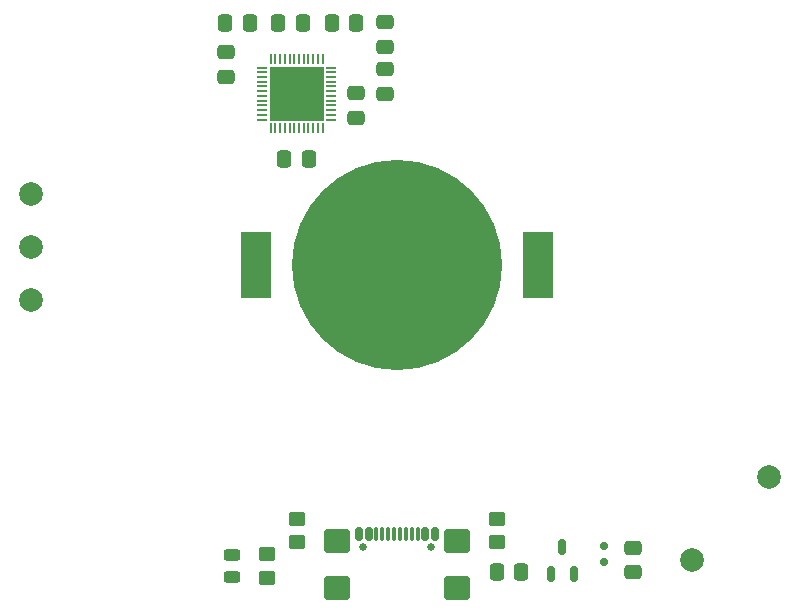
<source format=gbr>
%TF.GenerationSoftware,KiCad,Pcbnew,8.0.3-8.0.3-0~ubuntu24.04.1*%
%TF.CreationDate,2024-06-13T22:02:12+05:00*%
%TF.ProjectId,solartap_mcu_clear,736f6c61-7274-4617-905f-6d63755f636c,rev?*%
%TF.SameCoordinates,Original*%
%TF.FileFunction,Soldermask,Top*%
%TF.FilePolarity,Negative*%
%FSLAX46Y46*%
G04 Gerber Fmt 4.6, Leading zero omitted, Abs format (unit mm)*
G04 Created by KiCad (PCBNEW 8.0.3-8.0.3-0~ubuntu24.04.1) date 2024-06-13 22:02:12*
%MOMM*%
%LPD*%
G01*
G04 APERTURE LIST*
G04 Aperture macros list*
%AMRoundRect*
0 Rectangle with rounded corners*
0 $1 Rounding radius*
0 $2 $3 $4 $5 $6 $7 $8 $9 X,Y pos of 4 corners*
0 Add a 4 corners polygon primitive as box body*
4,1,4,$2,$3,$4,$5,$6,$7,$8,$9,$2,$3,0*
0 Add four circle primitives for the rounded corners*
1,1,$1+$1,$2,$3*
1,1,$1+$1,$4,$5*
1,1,$1+$1,$6,$7*
1,1,$1+$1,$8,$9*
0 Add four rect primitives between the rounded corners*
20,1,$1+$1,$2,$3,$4,$5,0*
20,1,$1+$1,$4,$5,$6,$7,0*
20,1,$1+$1,$6,$7,$8,$9,0*
20,1,$1+$1,$8,$9,$2,$3,0*%
G04 Aperture macros list end*
%ADD10C,2.000000*%
%ADD11RoundRect,0.250000X0.475000X-0.337500X0.475000X0.337500X-0.475000X0.337500X-0.475000X-0.337500X0*%
%ADD12RoundRect,0.250000X-0.475000X0.337500X-0.475000X-0.337500X0.475000X-0.337500X0.475000X0.337500X0*%
%ADD13R,2.600000X5.560000*%
%ADD14C,17.800000*%
%ADD15RoundRect,0.250000X0.450000X-0.350000X0.450000X0.350000X-0.450000X0.350000X-0.450000X-0.350000X0*%
%ADD16RoundRect,0.250000X-0.337500X-0.475000X0.337500X-0.475000X0.337500X0.475000X-0.337500X0.475000X0*%
%ADD17RoundRect,0.250000X-0.840000X-0.750000X0.840000X-0.750000X0.840000X0.750000X-0.840000X0.750000X0*%
%ADD18RoundRect,0.150000X-0.150000X-0.425000X0.150000X-0.425000X0.150000X0.425000X-0.150000X0.425000X0*%
%ADD19RoundRect,0.075000X-0.075000X-0.500000X0.075000X-0.500000X0.075000X0.500000X-0.075000X0.500000X0*%
%ADD20C,0.650000*%
%ADD21RoundRect,0.243750X-0.456250X0.243750X-0.456250X-0.243750X0.456250X-0.243750X0.456250X0.243750X0*%
%ADD22R,4.600000X4.600000*%
%ADD23RoundRect,0.050000X-0.350000X0.050000X-0.350000X-0.050000X0.350000X-0.050000X0.350000X0.050000X0*%
%ADD24RoundRect,0.050000X-0.050000X0.350000X-0.050000X-0.350000X0.050000X-0.350000X0.050000X0.350000X0*%
%ADD25RoundRect,0.250000X0.337500X0.475000X-0.337500X0.475000X-0.337500X-0.475000X0.337500X-0.475000X0*%
%ADD26RoundRect,0.150000X0.150000X-0.512500X0.150000X0.512500X-0.150000X0.512500X-0.150000X-0.512500X0*%
%ADD27RoundRect,0.150000X0.200000X-0.150000X0.200000X0.150000X-0.200000X0.150000X-0.200000X-0.150000X0*%
%ADD28RoundRect,0.250000X-0.450000X0.350000X-0.450000X-0.350000X0.450000X-0.350000X0.450000X0.350000X0*%
G04 APERTURE END LIST*
D10*
%TO.C,TP5*%
X126500000Y-99500000D03*
%TD*%
%TO.C,TP3*%
X64000000Y-84500000D03*
%TD*%
%TO.C,TP2*%
X64000000Y-80000000D03*
%TD*%
%TO.C,TP1*%
X64000000Y-75500000D03*
%TD*%
D11*
%TO.C,C5*%
X94000000Y-60962500D03*
X94000000Y-63037500D03*
%TD*%
%TO.C,C4*%
X80500000Y-63492500D03*
X80500000Y-65567500D03*
%TD*%
D12*
%TO.C,C3*%
X94000000Y-67037500D03*
X94000000Y-64962500D03*
%TD*%
D13*
%TO.C,BT1*%
X83095000Y-81500000D03*
X106905000Y-81500000D03*
D14*
X95000000Y-81500000D03*
%TD*%
D15*
%TO.C,R1*%
X84000000Y-108000000D03*
X84000000Y-106000000D03*
%TD*%
D16*
%TO.C,C10*%
X82537500Y-61030000D03*
X80462500Y-61030000D03*
%TD*%
D17*
%TO.C,J1*%
X100110000Y-108825000D03*
X100110000Y-104895000D03*
X89890000Y-108825000D03*
X89890000Y-104895000D03*
D18*
X91800000Y-104320000D03*
X92600000Y-104320000D03*
D19*
X93250000Y-104320000D03*
X94250000Y-104320000D03*
X95750000Y-104320000D03*
X96750000Y-104320000D03*
D18*
X97400000Y-104320000D03*
X98200000Y-104320000D03*
X98200000Y-104320000D03*
X97400000Y-104320000D03*
D19*
X96250000Y-104320000D03*
X95250000Y-104320000D03*
X94750000Y-104320000D03*
X93750000Y-104320000D03*
D18*
X92600000Y-104320000D03*
X91800000Y-104320000D03*
D20*
X97890000Y-105395000D03*
X92110000Y-105395000D03*
%TD*%
D21*
%TO.C,D1*%
X81000000Y-106062500D03*
X81000000Y-107937500D03*
%TD*%
D22*
%TO.C,U1*%
X86500000Y-67000000D03*
D23*
X89450000Y-64800000D03*
X89450000Y-65200000D03*
X89450000Y-65600000D03*
X89450000Y-66000000D03*
X89450000Y-66400000D03*
X89450000Y-66800000D03*
X89450000Y-67200000D03*
X89450000Y-67600000D03*
X89450000Y-68000000D03*
X89450000Y-68400000D03*
X89450000Y-68800000D03*
X89450000Y-69200000D03*
D24*
X88700000Y-69950000D03*
X88300000Y-69950000D03*
X87900000Y-69950000D03*
X87500000Y-69950000D03*
X87100000Y-69950000D03*
X86700000Y-69950000D03*
X86300000Y-69950000D03*
X85900000Y-69950000D03*
X85500000Y-69950000D03*
X85100000Y-69950000D03*
X84700000Y-69950000D03*
X84300000Y-69950000D03*
D23*
X83550000Y-69200000D03*
X83550000Y-68800000D03*
X83550000Y-68400000D03*
X83550000Y-68000000D03*
X83550000Y-67600000D03*
X83550000Y-67200000D03*
X83550000Y-66800000D03*
X83550000Y-66400000D03*
X83550000Y-66000000D03*
X83550000Y-65600000D03*
X83550000Y-65200000D03*
X83550000Y-64800000D03*
D24*
X84300000Y-64050000D03*
X84700000Y-64050000D03*
X85100000Y-64050000D03*
X85500000Y-64050000D03*
X85900000Y-64050000D03*
X86300000Y-64050000D03*
X86700000Y-64050000D03*
X87100000Y-64050000D03*
X87500000Y-64050000D03*
X87900000Y-64050000D03*
X88300000Y-64050000D03*
X88700000Y-64050000D03*
%TD*%
D11*
%TO.C,C6*%
X91500000Y-66962500D03*
X91500000Y-69037500D03*
%TD*%
D25*
%TO.C,C2*%
X85462500Y-72500000D03*
X87537500Y-72500000D03*
%TD*%
D15*
%TO.C,R2*%
X86500000Y-105000000D03*
X86500000Y-103000000D03*
%TD*%
D26*
%TO.C,U2*%
X108050000Y-107637500D03*
X109950000Y-107637500D03*
X109000000Y-105362500D03*
%TD*%
D27*
%TO.C,D2*%
X112500000Y-105300000D03*
X112500000Y-106700000D03*
%TD*%
D28*
%TO.C,R3*%
X103500000Y-103000000D03*
X103500000Y-105000000D03*
%TD*%
D16*
%TO.C,C1*%
X91537500Y-61000000D03*
X89462500Y-61000000D03*
%TD*%
%TO.C,C11*%
X84962500Y-61030000D03*
X87037500Y-61030000D03*
%TD*%
D12*
%TO.C,C13*%
X115000000Y-105462500D03*
X115000000Y-107537500D03*
%TD*%
D16*
%TO.C,C12*%
X103462500Y-107500000D03*
X105537500Y-107500000D03*
%TD*%
D10*
%TO.C,TP6*%
X120000000Y-106500000D03*
%TD*%
M02*

</source>
